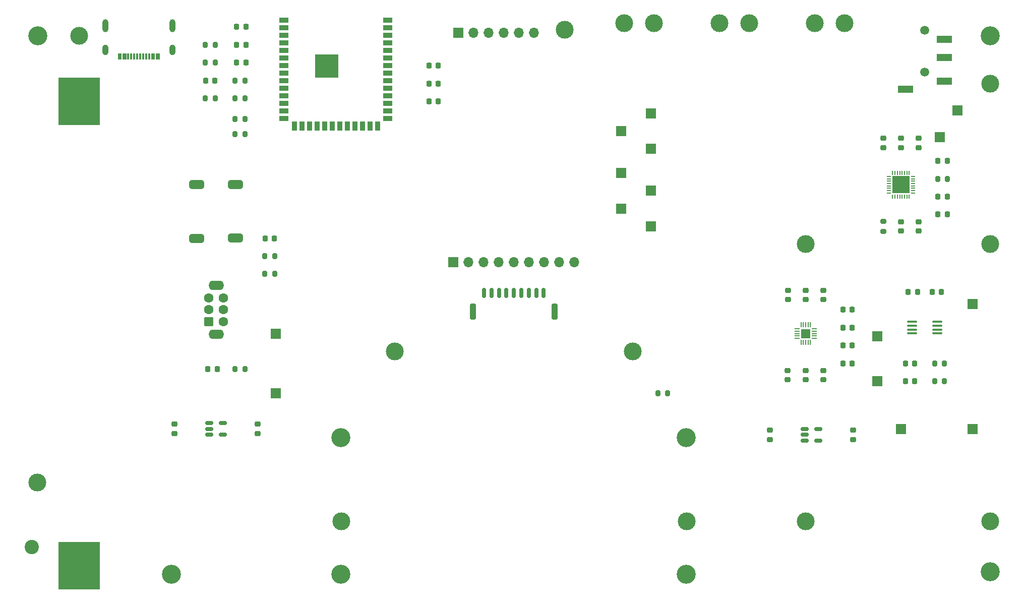
<source format=gbr>
%TF.GenerationSoftware,KiCad,Pcbnew,8.0.6*%
%TF.CreationDate,2024-10-30T23:15:20-04:00*%
%TF.ProjectId,live-caption-badge,6c697665-2d63-4617-9074-696f6e2d6261,rev?*%
%TF.SameCoordinates,Original*%
%TF.FileFunction,Soldermask,Top*%
%TF.FilePolarity,Negative*%
%FSLAX46Y46*%
G04 Gerber Fmt 4.6, Leading zero omitted, Abs format (unit mm)*
G04 Created by KiCad (PCBNEW 8.0.6) date 2024-10-30 23:15:20*
%MOMM*%
%LPD*%
G01*
G04 APERTURE LIST*
G04 Aperture macros list*
%AMRoundRect*
0 Rectangle with rounded corners*
0 $1 Rounding radius*
0 $2 $3 $4 $5 $6 $7 $8 $9 X,Y pos of 4 corners*
0 Add a 4 corners polygon primitive as box body*
4,1,4,$2,$3,$4,$5,$6,$7,$8,$9,$2,$3,0*
0 Add four circle primitives for the rounded corners*
1,1,$1+$1,$2,$3*
1,1,$1+$1,$4,$5*
1,1,$1+$1,$6,$7*
1,1,$1+$1,$8,$9*
0 Add four rect primitives between the rounded corners*
20,1,$1+$1,$2,$3,$4,$5,0*
20,1,$1+$1,$4,$5,$6,$7,0*
20,1,$1+$1,$6,$7,$8,$9,0*
20,1,$1+$1,$8,$9,$2,$3,0*%
G04 Aperture macros list end*
%ADD10R,7.000000X8.000000*%
%ADD11C,2.400000*%
%ADD12RoundRect,0.200000X-0.200000X-0.275000X0.200000X-0.275000X0.200000X0.275000X-0.200000X0.275000X0*%
%ADD13RoundRect,0.200000X0.200000X0.275000X-0.200000X0.275000X-0.200000X-0.275000X0.200000X-0.275000X0*%
%ADD14C,3.000000*%
%ADD15RoundRect,0.250000X-0.250000X-1.100000X0.250000X-1.100000X0.250000X1.100000X-0.250000X1.100000X0*%
%ADD16RoundRect,0.150000X-0.150000X-0.700000X0.150000X-0.700000X0.150000X0.700000X-0.150000X0.700000X0*%
%ADD17R,0.300000X1.100000*%
%ADD18O,1.000000X1.800000*%
%ADD19O,1.000000X2.200000*%
%ADD20R,1.700000X1.700000*%
%ADD21O,1.700000X1.700000*%
%ADD22C,3.200000*%
%ADD23RoundRect,0.225000X-0.250000X0.225000X-0.250000X-0.225000X0.250000X-0.225000X0.250000X0.225000X0*%
%ADD24RoundRect,0.225000X-0.225000X-0.250000X0.225000X-0.250000X0.225000X0.250000X-0.225000X0.250000X0*%
%ADD25RoundRect,0.225000X0.225000X0.250000X-0.225000X0.250000X-0.225000X-0.250000X0.225000X-0.250000X0*%
%ADD26RoundRect,0.225000X0.250000X-0.225000X0.250000X0.225000X-0.250000X0.225000X-0.250000X-0.225000X0*%
%ADD27RoundRect,0.050000X-0.300000X-0.050000X0.300000X-0.050000X0.300000X0.050000X-0.300000X0.050000X0*%
%ADD28RoundRect,0.050000X-0.050000X-0.300000X0.050000X-0.300000X0.050000X0.300000X-0.050000X0.300000X0*%
%ADD29R,2.900000X2.900000*%
%ADD30RoundRect,0.100000X-0.712500X-0.100000X0.712500X-0.100000X0.712500X0.100000X-0.712500X0.100000X0*%
%ADD31C,1.500000*%
%ADD32R,2.500000X1.200000*%
%ADD33RoundRect,0.050000X-0.375000X-0.050000X0.375000X-0.050000X0.375000X0.050000X-0.375000X0.050000X0*%
%ADD34RoundRect,0.050000X-0.050000X-0.375000X0.050000X-0.375000X0.050000X0.375000X-0.050000X0.375000X0*%
%ADD35R,1.650000X1.650000*%
%ADD36R,1.500000X0.900000*%
%ADD37R,0.900000X1.500000*%
%ADD38C,0.600000*%
%ADD39R,3.900000X3.900000*%
%ADD40RoundRect,0.375000X-0.875000X-0.375000X0.875000X-0.375000X0.875000X0.375000X-0.875000X0.375000X0*%
%ADD41RoundRect,0.362500X-0.887500X-0.362500X0.887500X-0.362500X0.887500X0.362500X-0.887500X0.362500X0*%
%ADD42RoundRect,0.218750X0.218750X0.256250X-0.218750X0.256250X-0.218750X-0.256250X0.218750X-0.256250X0*%
%ADD43C,1.600000*%
%ADD44RoundRect,0.285714X0.514286X-0.514286X0.514286X0.514286X-0.514286X0.514286X-0.514286X-0.514286X0*%
%ADD45O,2.600000X1.600000*%
%ADD46RoundRect,0.150000X-0.512500X-0.150000X0.512500X-0.150000X0.512500X0.150000X-0.512500X0.150000X0*%
%ADD47RoundRect,0.200000X0.275000X-0.200000X0.275000X0.200000X-0.275000X0.200000X-0.275000X-0.200000X0*%
G04 APERTURE END LIST*
D10*
%TO.C,BT1*%
X42000000Y-46000000D03*
X42000000Y-124000000D03*
D11*
X34000000Y-120840000D03*
%TD*%
D12*
%TO.C,R16*%
X73175000Y-72000000D03*
X74825000Y-72000000D03*
%TD*%
D13*
%TO.C,R15*%
X74825000Y-75000000D03*
X73175000Y-75000000D03*
%TD*%
D14*
%TO.C,REF\u002A\u002A*%
X164000000Y-116500000D03*
%TD*%
%TO.C,REF\u002A\u002A*%
X195000000Y-70000000D03*
%TD*%
%TO.C,REF\u002A\u002A*%
X123500000Y-34000000D03*
%TD*%
%TO.C,REF\u002A\u002A*%
X86000000Y-116500000D03*
%TD*%
%TO.C,REF\u002A\u002A*%
X144000000Y-116500000D03*
%TD*%
%TO.C,REF\u002A\u002A*%
X135000000Y-88000000D03*
%TD*%
%TO.C,REF\u002A\u002A*%
X95000000Y-88000000D03*
%TD*%
%TO.C,REF\u002A\u002A*%
X195000000Y-116500000D03*
%TD*%
%TO.C,REF\u002A\u002A*%
X164000000Y-70000000D03*
%TD*%
%TO.C,REF\u002A\u002A*%
X195000000Y-43000000D03*
%TD*%
%TO.C,REF\u002A\u002A*%
X42000000Y-35000000D03*
%TD*%
%TO.C,REF\u002A\u002A*%
X35000000Y-110000000D03*
%TD*%
D15*
%TO.C,J1*%
X108150000Y-81350000D03*
X121850000Y-81350000D03*
D16*
X110000000Y-78150000D03*
X111250000Y-78150000D03*
X112500000Y-78150000D03*
X113750000Y-78150000D03*
X115000000Y-78150000D03*
X116250000Y-78150000D03*
X117500000Y-78150000D03*
X118750000Y-78150000D03*
X120000000Y-78150000D03*
%TD*%
D17*
%TO.C,J5*%
X48950000Y-38475000D03*
X49750000Y-38475000D03*
X54250000Y-38475000D03*
X55050000Y-38475000D03*
X55350000Y-38475000D03*
X54550000Y-38475000D03*
X53250000Y-38475000D03*
X52250000Y-38475000D03*
X51750000Y-38475000D03*
X50750000Y-38475000D03*
X49450000Y-38475000D03*
X48650000Y-38475000D03*
X50250000Y-38475000D03*
X51250000Y-38475000D03*
X52750000Y-38475000D03*
X53750000Y-38475000D03*
D18*
X57620000Y-37325000D03*
D19*
X57620000Y-33325000D03*
D18*
X46380000Y-37325000D03*
D19*
X46380000Y-33325000D03*
%TD*%
D20*
%TO.C,J2*%
X105650000Y-34500000D03*
D21*
X108190000Y-34500000D03*
X110730000Y-34500000D03*
X113270000Y-34500000D03*
X115810000Y-34500000D03*
X118350000Y-34500000D03*
%TD*%
D13*
%TO.C,R6*%
X68175000Y-91000000D03*
X69825000Y-91000000D03*
%TD*%
D22*
%TO.C,REF\u002A\u002A*%
X143964466Y-102482233D03*
%TD*%
D20*
%TO.C,TP12*%
X176000000Y-93000000D03*
%TD*%
D23*
%TO.C,C10*%
X172000000Y-101225000D03*
X172000000Y-102775000D03*
%TD*%
D22*
%TO.C,REF\u002A\u002A*%
X85964466Y-125446700D03*
%TD*%
D20*
%TO.C,TP2*%
X75000000Y-85000000D03*
%TD*%
D24*
%TO.C,C12*%
X100725000Y-43000000D03*
X102275000Y-43000000D03*
%TD*%
D22*
%TO.C,REF\u002A\u002A*%
X195000000Y-124964500D03*
%TD*%
D20*
%TO.C,TP15*%
X189500000Y-47500000D03*
%TD*%
D24*
%TO.C,C28*%
X186225000Y-62000000D03*
X187775000Y-62000000D03*
%TD*%
D25*
%TO.C,C4*%
X64775000Y-42500000D03*
X63225000Y-42500000D03*
%TD*%
%TO.C,C2*%
X70000000Y-36500000D03*
X68450000Y-36500000D03*
%TD*%
D20*
%TO.C,TP6*%
X138000000Y-61000000D03*
%TD*%
D24*
%TO.C,C32*%
X181225000Y-78000000D03*
X182775000Y-78000000D03*
%TD*%
D14*
%TO.C,SW4*%
X154500000Y-32887500D03*
X149500000Y-32887500D03*
%TD*%
D23*
%TO.C,C18*%
X180000000Y-66225000D03*
X180000000Y-67775000D03*
%TD*%
%TO.C,C15*%
X164000000Y-91225000D03*
X164000000Y-92775000D03*
%TD*%
D12*
%TO.C,R1*%
X68175000Y-42500000D03*
X69825000Y-42500000D03*
%TD*%
D20*
%TO.C,TP8*%
X138000000Y-67000000D03*
%TD*%
D26*
%TO.C,C26*%
X167000000Y-79275000D03*
X167000000Y-77725000D03*
%TD*%
D14*
%TO.C,SW5*%
X138500000Y-32887500D03*
X133500000Y-32887500D03*
%TD*%
D12*
%TO.C,R3*%
X63175000Y-45500000D03*
X64825000Y-45500000D03*
%TD*%
D20*
%TO.C,TP14*%
X186500000Y-52000000D03*
%TD*%
%TO.C,TP9*%
X138000000Y-48000000D03*
%TD*%
D12*
%TO.C,R14*%
X68175000Y-51500000D03*
X69825000Y-51500000D03*
%TD*%
D24*
%TO.C,C23*%
X170225000Y-84000000D03*
X171775000Y-84000000D03*
%TD*%
D27*
%TO.C,U4*%
X178000000Y-58600000D03*
X178000000Y-59000000D03*
X178000000Y-59400000D03*
X178000000Y-59800000D03*
X178000000Y-60200000D03*
X178000000Y-60600000D03*
X178000000Y-61000000D03*
X178000000Y-61400000D03*
D28*
X178600000Y-62000000D03*
X179000000Y-62000000D03*
X179400000Y-62000000D03*
X179800000Y-62000000D03*
X180200000Y-62000000D03*
X180600000Y-62000000D03*
X181000000Y-62000000D03*
X181400000Y-62000000D03*
D27*
X182000000Y-61400000D03*
X182000000Y-61000000D03*
X182000000Y-60600000D03*
X182000000Y-60200000D03*
X182000000Y-59800000D03*
X182000000Y-59400000D03*
X182000000Y-59000000D03*
X182000000Y-58600000D03*
D28*
X181400000Y-58000000D03*
X181000000Y-58000000D03*
X180600000Y-58000000D03*
X180200000Y-58000000D03*
X179800000Y-58000000D03*
X179400000Y-58000000D03*
X179000000Y-58000000D03*
X178600000Y-58000000D03*
D29*
X180000000Y-60000000D03*
%TD*%
D26*
%TO.C,C30*%
X177000000Y-53775000D03*
X177000000Y-52225000D03*
%TD*%
D30*
%TO.C,U6*%
X181887500Y-83025000D03*
X181887500Y-83675000D03*
X181887500Y-84325000D03*
X181887500Y-84975000D03*
X186112500Y-84975000D03*
X186112500Y-84325000D03*
X186112500Y-83675000D03*
X186112500Y-83025000D03*
%TD*%
D23*
%TO.C,C17*%
X183000000Y-66225000D03*
X183000000Y-67775000D03*
%TD*%
D31*
%TO.C,J4*%
X184000000Y-34100000D03*
X184000000Y-41100000D03*
D32*
X187250000Y-42600000D03*
X187250000Y-38600000D03*
X187250000Y-35600000D03*
X180750000Y-44000000D03*
%TD*%
D24*
%TO.C,C27*%
X186225000Y-65000000D03*
X187775000Y-65000000D03*
%TD*%
D13*
%TO.C,R4*%
X64825000Y-39500000D03*
X63175000Y-39500000D03*
%TD*%
D24*
%TO.C,C35*%
X180725000Y-90000000D03*
X182275000Y-90000000D03*
%TD*%
D26*
%TO.C,C29*%
X180000000Y-53775000D03*
X180000000Y-52225000D03*
%TD*%
D24*
%TO.C,C21*%
X186225000Y-56000000D03*
X187775000Y-56000000D03*
%TD*%
%TO.C,C19*%
X170225000Y-90000000D03*
X171775000Y-90000000D03*
%TD*%
D20*
%TO.C,TP4*%
X138000000Y-54000000D03*
%TD*%
D33*
%TO.C,U5*%
X162550000Y-84200000D03*
X162550000Y-84600000D03*
X162550000Y-85000000D03*
X162550000Y-85400000D03*
X162550000Y-85800000D03*
D34*
X163200000Y-86450000D03*
X163600000Y-86450000D03*
X164000000Y-86450000D03*
X164400000Y-86450000D03*
X164800000Y-86450000D03*
D33*
X165450000Y-85800000D03*
X165450000Y-85400000D03*
X165450000Y-85000000D03*
X165450000Y-84600000D03*
X165450000Y-84200000D03*
D34*
X164800000Y-83550000D03*
X164400000Y-83550000D03*
X164000000Y-83550000D03*
X163600000Y-83550000D03*
X163200000Y-83550000D03*
D35*
X164000000Y-85000000D03*
%TD*%
D26*
%TO.C,C24*%
X161000000Y-79275000D03*
X161000000Y-77725000D03*
%TD*%
D22*
%TO.C,REF\u002A\u002A*%
X195000000Y-34964500D03*
%TD*%
D20*
%TO.C,TP5*%
X133000000Y-58000000D03*
%TD*%
D24*
%TO.C,C13*%
X100725000Y-40000000D03*
X102275000Y-40000000D03*
%TD*%
D36*
%TO.C,U1*%
X76350000Y-32380000D03*
X76350000Y-33650000D03*
X76350000Y-34920000D03*
X76350000Y-36190000D03*
X76350000Y-37460000D03*
X76350000Y-38730000D03*
X76350000Y-40000000D03*
X76350000Y-41270000D03*
X76350000Y-42540000D03*
X76350000Y-43810000D03*
X76350000Y-45080000D03*
X76350000Y-46350000D03*
X76350000Y-47620000D03*
X76350000Y-48890000D03*
D37*
X78115000Y-50140000D03*
X79385000Y-50140000D03*
X80655000Y-50140000D03*
X81925000Y-50140000D03*
X83195000Y-50140000D03*
X84465000Y-50140000D03*
X85735000Y-50140000D03*
X87005000Y-50140000D03*
X88275000Y-50140000D03*
X89545000Y-50140000D03*
X90815000Y-50140000D03*
X92085000Y-50140000D03*
D36*
X93850000Y-48890000D03*
X93850000Y-47620000D03*
X93850000Y-46350000D03*
X93850000Y-45080000D03*
X93850000Y-43810000D03*
X93850000Y-42540000D03*
X93850000Y-41270000D03*
X93850000Y-40000000D03*
X93850000Y-38730000D03*
X93850000Y-37460000D03*
X93850000Y-36190000D03*
X93850000Y-34920000D03*
X93850000Y-33650000D03*
X93850000Y-32380000D03*
D38*
X82200000Y-39400000D03*
X82200000Y-40800000D03*
X82900000Y-38700000D03*
X82900000Y-40100000D03*
X82900000Y-41500000D03*
X83600000Y-39400000D03*
D39*
X83600000Y-40100000D03*
D38*
X83600000Y-40800000D03*
X84300000Y-38700000D03*
X84300000Y-40100000D03*
X84300000Y-41500000D03*
X85000000Y-39400000D03*
X85000000Y-40800000D03*
%TD*%
D26*
%TO.C,C31*%
X183000000Y-53775000D03*
X183000000Y-52225000D03*
%TD*%
D22*
%TO.C,REF\u002A\u002A*%
X35035530Y-35035530D03*
%TD*%
D24*
%TO.C,C34*%
X180725000Y-93000000D03*
X182275000Y-93000000D03*
%TD*%
D12*
%TO.C,R10*%
X186175000Y-59000000D03*
X187825000Y-59000000D03*
%TD*%
D20*
%TO.C,TP10*%
X133000000Y-51000000D03*
%TD*%
D12*
%TO.C,R12*%
X185675000Y-90000000D03*
X187325000Y-90000000D03*
%TD*%
D20*
%TO.C,TP7*%
X133000000Y-64000000D03*
%TD*%
D23*
%TO.C,C7*%
X58000000Y-101775000D03*
X58000000Y-100225000D03*
%TD*%
%TO.C,C14*%
X167000000Y-91225000D03*
X167000000Y-92775000D03*
%TD*%
D25*
%TO.C,C3*%
X70000000Y-39500000D03*
X68450000Y-39500000D03*
%TD*%
%TO.C,C1*%
X70000000Y-33500000D03*
X68450000Y-33500000D03*
%TD*%
D12*
%TO.C,R8*%
X139175000Y-95000000D03*
X140825000Y-95000000D03*
%TD*%
D23*
%TO.C,C16*%
X160980000Y-91225000D03*
X160980000Y-92775000D03*
%TD*%
%TO.C,C8*%
X72000000Y-101775000D03*
X72000000Y-100225000D03*
%TD*%
D24*
%TO.C,C22*%
X170225000Y-87000000D03*
X171775000Y-87000000D03*
%TD*%
%TO.C,C11*%
X100725000Y-46000000D03*
X102275000Y-46000000D03*
%TD*%
D26*
%TO.C,C25*%
X164000000Y-79275000D03*
X164000000Y-77725000D03*
%TD*%
D14*
%TO.C,SW3*%
X170500000Y-32887500D03*
X165500000Y-32887500D03*
%TD*%
D24*
%TO.C,C5*%
X74775000Y-69000000D03*
X73225000Y-69000000D03*
%TD*%
D12*
%TO.C,R2*%
X68175000Y-45500000D03*
X69825000Y-45500000D03*
%TD*%
%TO.C,R13*%
X68175000Y-48990000D03*
X69825000Y-48990000D03*
%TD*%
%TO.C,R11*%
X185675000Y-93000000D03*
X187325000Y-93000000D03*
%TD*%
D24*
%TO.C,C33*%
X185225000Y-78000000D03*
X186775000Y-78000000D03*
%TD*%
D22*
%TO.C,REF\u002A\u002A*%
X57500000Y-125446700D03*
%TD*%
D40*
%TO.C,SW2*%
X61750000Y-60000000D03*
D41*
X68250000Y-59975000D03*
%TD*%
D22*
%TO.C,REF\u002A\u002A*%
X85964466Y-102482233D03*
%TD*%
D42*
%TO.C,D1*%
X63612500Y-91000000D03*
X65187500Y-91000000D03*
%TD*%
D20*
%TO.C,TP1*%
X75000000Y-95000000D03*
%TD*%
D43*
%TO.C,SW1*%
X66250000Y-83000000D03*
X66250000Y-81000000D03*
X66250000Y-79000000D03*
X63750000Y-79000000D03*
X63750000Y-81000000D03*
D44*
X63750000Y-83000000D03*
D45*
X65000000Y-76900000D03*
X65000000Y-85100000D03*
%TD*%
D40*
%TO.C,SW6*%
X61750000Y-69000000D03*
D41*
X68250000Y-68975000D03*
%TD*%
D20*
%TO.C,TP13*%
X176000000Y-85500000D03*
%TD*%
D46*
%TO.C,U3*%
X163862500Y-101050000D03*
X163862500Y-102000000D03*
X163862500Y-102950000D03*
X166137500Y-102950000D03*
X166137500Y-101050000D03*
%TD*%
D24*
%TO.C,C20*%
X170225000Y-81000000D03*
X171775000Y-81000000D03*
%TD*%
D20*
%TO.C,J3*%
X104840000Y-73000000D03*
D21*
X107380000Y-73000000D03*
X109920000Y-73000000D03*
X112460000Y-73000000D03*
X115000000Y-73000000D03*
X117540000Y-73000000D03*
X120080000Y-73000000D03*
X122620000Y-73000000D03*
X125160000Y-73000000D03*
%TD*%
D13*
%TO.C,R5*%
X64825000Y-36500000D03*
X63175000Y-36500000D03*
%TD*%
D22*
%TO.C,REF\u002A\u002A*%
X143964466Y-125446700D03*
%TD*%
D47*
%TO.C,R9*%
X177000000Y-67825000D03*
X177000000Y-66175000D03*
%TD*%
D20*
%TO.C,TP3*%
X180000000Y-101000000D03*
%TD*%
D23*
%TO.C,C9*%
X158000000Y-101225000D03*
X158000000Y-102775000D03*
%TD*%
D20*
%TO.C,TP16*%
X192000000Y-80000000D03*
%TD*%
D46*
%TO.C,U2*%
X66137500Y-100050000D03*
X66137500Y-101950000D03*
X63862500Y-101950000D03*
X63862500Y-101000000D03*
X63862500Y-100050000D03*
%TD*%
D20*
%TO.C,TP11*%
X192000000Y-101000000D03*
%TD*%
M02*

</source>
